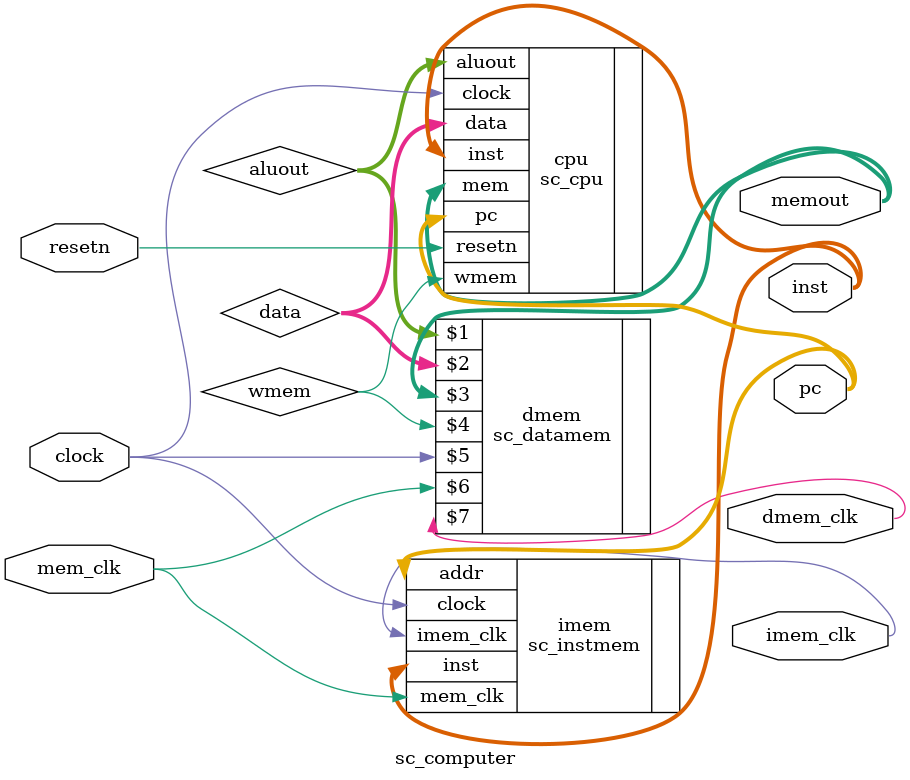
<source format=v>

module sc_computer (resetn,clock,mem_clk,pc,inst,memout,imem_clk,dmem_clk);
   
   input resetn,clock,mem_clk;
   output [31:0] pc,inst,memout;
   output        imem_clk,dmem_clk;
   wire   [31:0] data,aluout;
   wire          wmem; // all these "wire"s are used to connect or interface the cpu,dmem,imem and so on.
//sc_cpu ,CPU module.
   sc_cpu cpu(
   .clock(clock),
   .resetn(resetn),
   .inst(inst),
   .mem(memout),
   .pc(pc),
   .wmem(wmem),
   .aluout(aluout),
   .data(data));
   
//  sc_instmem, instruction memory.  
   sc_instmem  imem (
   .addr(pc),
   .inst(inst),
   .clock(clock),
   .mem_clk(mem_clk),
   .imem_clk(imem_clk));
   
//sc_datamem, data memory.      
   sc_datamem  dmem (aluout,data,memout,wmem,clock,mem_clk,dmem_clk ); 

endmodule




</source>
